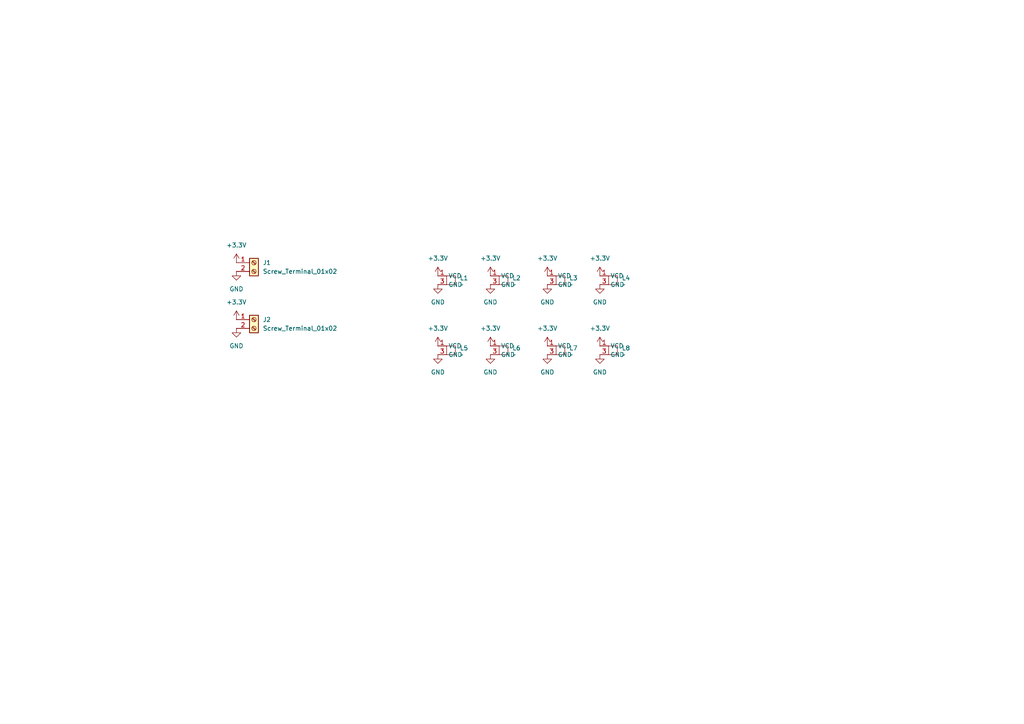
<source format=kicad_sch>
(kicad_sch (version 20231120) (generator "eeschema") (generator_version "8.0")
  (paper "A4")
  (lib_symbols
    (symbol "Connector:Screw_Terminal_01x02" (pin_names (offset 1.016) hide)
      (property "Reference" "J" (at 0 2.54 0))
      (property "Value" "Screw_Terminal_01x02" (at 0 -5.08 0))
      (symbol "Screw_Terminal_01x02_1_1"
        (rectangle (start -1.27 1.27) (end 1.27 -3.81) (stroke (width 0.254)) (fill (type background)))
        (circle (center 0 -2.54) (radius 0.635) (stroke (width 0.1524)))
        (polyline (pts (xy -0.5334 -2.2098) (xy 0.3302 -3.048)) (stroke (width 0.1524)))
        (polyline (pts (xy -0.5334 0.3302) (xy 0.3302 -0.508)) (stroke (width 0.1524)))
        (polyline (pts (xy -0.3556 -2.032) (xy 0.508 -2.8702)) (stroke (width 0.1524)))
        (polyline (pts (xy -0.3556 0.508) (xy 0.508 -0.3302)) (stroke (width 0.1524)))
        (circle (center 0 0) (radius 0.635) (stroke (width 0.1524)))
        (pin passive line (at -5.08 0 0) (length 3.81) (name "Pin_1") (number "1"))
        (pin passive line (at -5.08 -2.54 0) (length 3.81) (name "Pin_2") (number "2"))
      )
    )
    (symbol "WaldLibs:LedTest"
      (property "Reference" "L" (at 4.064 0 90))
      (symbol "LedTest_0_1"
        (rectangle (start -1.27 -1.27) (end -1.27 1.27))
        (rectangle (start -1.27 -1.27) (end 1.27 -1.27))
        (rectangle (start -1.27 1.27) (end 1.27 1.27))
        (rectangle (start 1.27 1.27) (end 1.27 -1.27))
      )
      (symbol "LedTest_1_1"
        (pin input line (at -3.81 1.27 0) (length 2.54) (name "VCD") (number "1"))
        (pin input line (at -3.81 -1.27 0) (length 2.54) (name "GND") (number "3"))
      )
    )
    (symbol "power:+3.3V" (power) (pin_numbers hide) (pin_names (offset 0) hide)
      (property "Value" "+3.3V" (at 0 3.556 0))
      (symbol "+3.3V_0_1"
        (polyline (pts (xy -0.762 1.27) (xy 0 2.54)))
        (polyline (pts (xy 0 0) (xy 0 2.54)))
        (polyline (pts (xy 0 2.54) (xy 0.762 1.27)))
      )
      (symbol "+3.3V_1_1"
        (pin power_in line (at 0 0 90) (length 0) (name "~") (number "1"))
      )
    )
    (symbol "power:GND" (power) (pin_numbers hide) (pin_names (offset 0) hide)
      (property "Value" "GND" (at 0 -3.81 0))
      (symbol "GND_0_1"
        (polyline (pts (xy 0 0) (xy 0 -1.27) (xy 1.27 -1.27) (xy 0 -2.54) (xy -1.27 -1.27) (xy 0 -1.27)))
      )
      (symbol "GND_1_1"
        (pin power_in line (at 0 0 270) (length 0) (name "~") (number "1"))
      )
    )
  )
  (symbol (lib_id "WaldLibs:LedTest") (at 177.8 101.6 0) (unit 1)
    (property "Reference" "L8" (at 180.34 100.9649 0) (effects (justify left)))
    (property "Value" "~" (at 180.34 102.87 0) (effects (justify left)))
    (property "Footprint" "dlaw:LED 5630" (effects (hide yes)))
  )
  (symbol (lib_id "power:+3.3V") (at 158.75 100.33 0) (unit 1)
    (property "Reference" "#PWR017" (effects (hide yes)))
    (property "Value" "+3.3V" (at 158.75 95.25 0))
    (property "Description" "Power symbol creates a global label with name \"+3.3V\"" (effects (hide yes)))
  )
  (symbol (lib_id "power:+3.3V") (at 142.24 100.33 0) (unit 1)
    (property "Reference" "#PWR015" (effects (hide yes)))
    (property "Value" "+3.3V" (at 142.24 95.25 0))
    (property "Description" "Power symbol creates a global label with name \"+3.3V\"" (effects (hide yes)))
  )
  (symbol (lib_id "WaldLibs:LedTest") (at 146.05 81.28 0) (unit 1)
    (property "Reference" "L2" (at 148.59 80.6449 0) (effects (justify left)))
    (property "Value" "~" (at 148.59 82.55 0) (effects (justify left)))
    (property "Footprint" "dlaw:LED 5630" (effects (hide yes)))
  )
  (symbol (lib_id "Connector:Screw_Terminal_01x02") (at 73.66 76.2 0) (unit 1)
    (property "Reference" "J1" (at 76.2 76.1999 0) (effects (justify left)))
    (property "Value" "Screw_Terminal_01x02" (at 76.2 78.7399 0) (effects (justify left)))
    (property "Footprint" "TerminalBlock_MetzConnect:TerminalBlock_MetzConnect_Type011_RT05502HBWC_1x02_P5.00mm_Horizontal" (effects (hide yes)))
    (property "Description" "Generic screw terminal, single row, 01x02, script generated (kicad-library-utils/schlib/autogen/connector/)" (effects (hide yes)))
  )
  (symbol (lib_id "power:GND") (at 127 102.87 0) (unit 1)
    (property "Reference" "#PWR014" (effects (hide yes)))
    (property "Value" "GND" (at 127 107.95 0))
    (property "Description" "Power symbol creates a global label with name \"GND\" , ground" (effects (hide yes)))
  )
  (symbol (lib_id "WaldLibs:LedTest") (at 162.56 101.6 0) (unit 1)
    (property "Reference" "L7" (at 165.1 100.9649 0) (effects (justify left)))
    (property "Value" "~" (at 165.1 102.87 0) (effects (justify left)))
    (property "Footprint" "dlaw:LED 5630" (effects (hide yes)))
  )
  (symbol (lib_id "power:GND") (at 173.99 82.55 0) (unit 1)
    (property "Reference" "#PWR012" (effects (hide yes)))
    (property "Value" "GND" (at 173.99 87.63 0))
    (property "Description" "Power symbol creates a global label with name \"GND\" , ground" (effects (hide yes)))
  )
  (symbol (lib_id "power:GND") (at 68.58 78.74 0) (unit 1)
    (property "Reference" "#PWR01" (effects (hide yes)))
    (property "Value" "GND" (at 68.58 83.82 0))
    (property "Description" "Power symbol creates a global label with name \"GND\" , ground" (effects (hide yes)))
  )
  (symbol (lib_id "power:+3.3V") (at 68.58 92.71 0) (unit 1)
    (property "Reference" "#PWR04" (effects (hide yes)))
    (property "Value" "+3.3V" (at 68.58 87.63 0))
    (property "Description" "Power symbol creates a global label with name \"+3.3V\"" (effects (hide yes)))
  )
  (symbol (lib_id "power:+3.3V") (at 127 80.01 0) (unit 1)
    (property "Reference" "#PWR06" (effects (hide yes)))
    (property "Value" "+3.3V" (at 127 74.93 0))
    (property "Description" "Power symbol creates a global label with name \"+3.3V\"" (effects (hide yes)))
  )
  (symbol (lib_id "power:GND") (at 127 82.55 0) (unit 1)
    (property "Reference" "#PWR05" (effects (hide yes)))
    (property "Value" "GND" (at 127 87.63 0))
    (property "Description" "Power symbol creates a global label with name \"GND\" , ground" (effects (hide yes)))
  )
  (symbol (lib_id "Connector:Screw_Terminal_01x02") (at 73.66 92.71 0) (unit 1)
    (property "Reference" "J2" (at 76.2 92.7099 0) (effects (justify left)))
    (property "Value" "Screw_Terminal_01x02" (at 76.2 95.2499 0) (effects (justify left)))
    (property "Footprint" "TerminalBlock_MetzConnect:TerminalBlock_MetzConnect_Type011_RT05502HBWC_1x02_P5.00mm_Horizontal" (effects (hide yes)))
    (property "Description" "Generic screw terminal, single row, 01x02, script generated (kicad-library-utils/schlib/autogen/connector/)" (effects (hide yes)))
  )
  (symbol (lib_id "power:+3.3V") (at 158.75 80.01 0) (unit 1)
    (property "Reference" "#PWR09" (effects (hide yes)))
    (property "Value" "+3.3V" (at 158.75 74.93 0))
    (property "Description" "Power symbol creates a global label with name \"+3.3V\"" (effects (hide yes)))
  )
  (symbol (lib_id "power:+3.3V") (at 142.24 80.01 0) (unit 1)
    (property "Reference" "#PWR07" (effects (hide yes)))
    (property "Value" "+3.3V" (at 142.24 74.93 0))
    (property "Description" "Power symbol creates a global label with name \"+3.3V\"" (effects (hide yes)))
  )
  (symbol (lib_id "power:GND") (at 173.99 102.87 0) (unit 1)
    (property "Reference" "#PWR020" (effects (hide yes)))
    (property "Value" "GND" (at 173.99 107.95 0))
    (property "Description" "Power symbol creates a global label with name \"GND\" , ground" (effects (hide yes)))
  )
  (symbol (lib_id "power:+3.3V") (at 173.99 100.33 0) (unit 1)
    (property "Reference" "#PWR019" (effects (hide yes)))
    (property "Value" "+3.3V" (at 173.99 95.25 0))
    (property "Description" "Power symbol creates a global label with name \"+3.3V\"" (effects (hide yes)))
  )
  (symbol (lib_id "power:GND") (at 142.24 102.87 0) (unit 1)
    (property "Reference" "#PWR016" (effects (hide yes)))
    (property "Value" "GND" (at 142.24 107.95 0))
    (property "Description" "Power symbol creates a global label with name \"GND\" , ground" (effects (hide yes)))
  )
  (symbol (lib_id "WaldLibs:LedTest") (at 162.56 81.28 0) (unit 1)
    (property "Reference" "L3" (at 165.1 80.6449 0) (effects (justify left)))
    (property "Value" "~" (at 165.1 82.55 0) (effects (justify left)))
    (property "Footprint" "dlaw:LED 5630" (effects (hide yes)))
  )
  (symbol (lib_id "power:+3.3V") (at 127 100.33 0) (unit 1)
    (property "Reference" "#PWR013" (effects (hide yes)))
    (property "Value" "+3.3V" (at 127 95.25 0))
    (property "Description" "Power symbol creates a global label with name \"+3.3V\"" (effects (hide yes)))
  )
  (symbol (lib_id "power:GND") (at 158.75 102.87 0) (unit 1)
    (property "Reference" "#PWR018" (effects (hide yes)))
    (property "Value" "GND" (at 158.75 107.95 0))
    (property "Description" "Power symbol creates a global label with name \"GND\" , ground" (effects (hide yes)))
  )
  (symbol (lib_id "power:+3.3V") (at 173.99 80.01 0) (unit 1)
    (property "Reference" "#PWR011" (effects (hide yes)))
    (property "Value" "+3.3V" (at 173.99 74.93 0))
    (property "Description" "Power symbol creates a global label with name \"+3.3V\"" (effects (hide yes)))
  )
  (symbol (lib_id "power:GND") (at 142.24 82.55 0) (unit 1)
    (property "Reference" "#PWR08" (effects (hide yes)))
    (property "Value" "GND" (at 142.24 87.63 0))
    (property "Description" "Power symbol creates a global label with name \"GND\" , ground" (effects (hide yes)))
  )
  (symbol (lib_id "power:+3.3V") (at 68.58 76.2 0) (unit 1)
    (property "Reference" "#PWR03" (effects (hide yes)))
    (property "Value" "+3.3V" (at 68.58 71.12 0))
    (property "Description" "Power symbol creates a global label with name \"+3.3V\"" (effects (hide yes)))
  )
  (symbol (lib_id "WaldLibs:LedTest") (at 177.8 81.28 0) (unit 1)
    (property "Reference" "L4" (at 180.34 80.6449 0) (effects (justify left)))
    (property "Value" "~" (at 180.34 82.55 0) (effects (justify left)))
    (property "Footprint" "dlaw:LED 5630" (effects (hide yes)))
  )
  (symbol (lib_id "WaldLibs:LedTest") (at 130.81 101.6 0) (unit 1)
    (property "Reference" "L5" (at 133.35 100.9649 0) (effects (justify left)))
    (property "Value" "~" (at 133.35 102.87 0) (effects (justify left)))
    (property "Footprint" "dlaw:LED 5630" (effects (hide yes)))
  )
  (symbol (lib_id "WaldLibs:LedTest") (at 130.81 81.28 0) (unit 1)
    (property "Reference" "L1" (at 133.35 80.6449 0) (effects (justify left)))
    (property "Value" "~" (at 133.35 82.55 0) (effects (justify left)))
    (property "Footprint" "dlaw:LED 5630" (effects (hide yes)))
  )
  (symbol (lib_id "power:GND") (at 68.58 95.25 0) (unit 1)
    (property "Reference" "#PWR02" (effects (hide yes)))
    (property "Value" "GND" (at 68.58 100.33 0))
    (property "Description" "Power symbol creates a global label with name \"GND\" , ground" (effects (hide yes)))
  )
  (symbol (lib_id "WaldLibs:LedTest") (at 146.05 101.6 0) (unit 1)
    (property "Reference" "L6" (at 148.59 100.9649 0) (effects (justify left)))
    (property "Value" "~" (at 148.59 102.87 0) (effects (justify left)))
    (property "Footprint" "dlaw:LED 5630" (effects (hide yes)))
  )
  (symbol (lib_id "power:GND") (at 158.75 82.55 0) (unit 1)
    (property "Reference" "#PWR010" (effects (hide yes)))
    (property "Value" "GND" (at 158.75 87.63 0))
    (property "Description" "Power symbol creates a global label with name \"GND\" , ground" (effects (hide yes)))
  )
)
</source>
